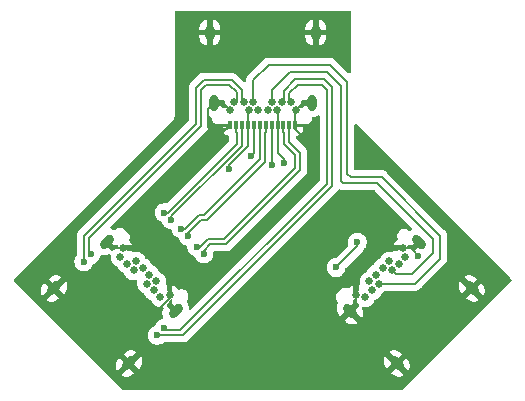
<source format=gbr>
%TF.GenerationSoftware,KiCad,Pcbnew,9.0.4*%
%TF.CreationDate,2025-08-23T22:47:15-04:00*%
%TF.ProjectId,usbc-data-splitter,75736263-2d64-4617-9461-2d73706c6974,rev?*%
%TF.SameCoordinates,Original*%
%TF.FileFunction,Copper,L1,Top*%
%TF.FilePolarity,Positive*%
%FSLAX46Y46*%
G04 Gerber Fmt 4.6, Leading zero omitted, Abs format (unit mm)*
G04 Created by KiCad (PCBNEW 9.0.4) date 2025-08-23 22:47:15*
%MOMM*%
%LPD*%
G01*
G04 APERTURE LIST*
G04 Aperture macros list*
%AMHorizOval*
0 Thick line with rounded ends*
0 $1 width*
0 $2 $3 position (X,Y) of the first rounded end (center of the circle)*
0 $4 $5 position (X,Y) of the second rounded end (center of the circle)*
0 Add line between two ends*
20,1,$1,$2,$3,$4,$5,0*
0 Add two circle primitives to create the rounded ends*
1,1,$1,$2,$3*
1,1,$1,$4,$5*%
G04 Aperture macros list end*
%TA.AperFunction,SMDPad,CuDef*%
%ADD10R,0.300000X0.700000*%
%TD*%
%TA.AperFunction,HeatsinkPad*%
%ADD11C,0.650000*%
%TD*%
%TA.AperFunction,HeatsinkPad*%
%ADD12O,0.800000X1.400000*%
%TD*%
%TA.AperFunction,HeatsinkPad*%
%ADD13HorizOval,0.800000X0.212132X0.212132X-0.212132X-0.212132X0*%
%TD*%
%TA.AperFunction,HeatsinkPad*%
%ADD14HorizOval,0.800000X-0.212132X0.212132X0.212132X-0.212132X0*%
%TD*%
%TA.AperFunction,ViaPad*%
%ADD15C,0.600000*%
%TD*%
%TA.AperFunction,Conductor*%
%ADD16C,0.200000*%
%TD*%
G04 APERTURE END LIST*
D10*
%TO.P,P1,A1,GND*%
%TO.N,GND*%
X129800000Y-93720000D03*
%TO.P,P1,A2,TX1+*%
%TO.N,TX1_P*%
X129300000Y-93720000D03*
%TO.P,P1,A3,TX1-*%
%TO.N,TX1_N*%
X128800000Y-93720000D03*
%TO.P,P1,A4,VBUS*%
%TO.N,VBUS*%
X128300000Y-93720001D03*
%TO.P,P1,A5,CC*%
%TO.N,CC*%
X127800000Y-93720000D03*
%TO.P,P1,A6,D+*%
%TO.N,D_P*%
X127300000Y-93720000D03*
%TO.P,P1,A7,D-*%
%TO.N,D_N*%
X126800000Y-93720000D03*
%TO.P,P1,A8,SBU1*%
%TO.N,SBU1*%
X126300000Y-93720000D03*
%TO.P,P1,A9,VBUS*%
%TO.N,VBUS*%
X125800000Y-93720001D03*
%TO.P,P1,A10,RX2-*%
%TO.N,RX2_N*%
X125300000Y-93720000D03*
%TO.P,P1,A11,RX2+*%
%TO.N,RX2_P*%
X124800000Y-93720000D03*
%TO.P,P1,A12,GND*%
%TO.N,GND*%
X124300000Y-93720000D03*
D11*
%TO.P,P1,B1,GND*%
X124250000Y-92410000D03*
%TO.P,P1,B2,TX2+*%
%TO.N,TX2_P*%
X124650000Y-91710000D03*
%TO.P,P1,B3,TX2-*%
%TO.N,TX2_N*%
X125450000Y-91710000D03*
%TO.P,P1,B4,VBUS*%
%TO.N,VBUS*%
X125850000Y-92410000D03*
%TO.P,P1,B5,VCONN*%
%TO.N,VCON*%
X126250000Y-91710000D03*
%TO.P,P1,B6*%
%TO.N,N/C*%
X126650000Y-92410000D03*
%TO.P,P1,B7*%
X127450000Y-92410000D03*
%TO.P,P1,B8,SBU2*%
%TO.N,SBU2*%
X127850000Y-91710000D03*
%TO.P,P1,B9,VBUS*%
%TO.N,VBUS*%
X128250000Y-92410000D03*
%TO.P,P1,B10,RX1-*%
%TO.N,RX1_N*%
X128650000Y-91710000D03*
%TO.P,P1,B11,RX1+*%
%TO.N,RX1_P*%
X129450000Y-91710000D03*
%TO.P,P1,B12,GND*%
%TO.N,GND*%
X129850000Y-92410000D03*
D12*
%TO.P,P1,S1,SHIELD*%
X131540000Y-85860000D03*
X131180000Y-91810000D03*
X122920000Y-91810000D03*
X122560000Y-85860000D03*
%TD*%
D11*
%TO.P,J1,B1,GND*%
%TO.N,GND*%
X115193467Y-104096735D03*
%TO.P,J1,B2,TX2+*%
%TO.N,TX2_P*%
X114981335Y-104874552D03*
%TO.P,J1,B3,TX2-*%
%TO.N,TX2_N*%
X115547021Y-105440238D03*
%TO.P,J1,B4,VBUS*%
%TO.N,unconnected-(J1-VBUS-PadA4)_3*%
X116324838Y-105228106D03*
%TO.P,J1,B5,VCONN*%
%TO.N,unconnected-(J1-VCONN-PadB5)*%
X116112706Y-106005923D03*
%TO.P,J1,B6*%
%TO.N,N/C*%
X116890523Y-105793791D03*
%TO.P,J1,B7*%
X117456209Y-106359477D03*
%TO.P,J1,B8,SBU2*%
%TO.N,unconnected-(J1-SBU2-PadB8)*%
X117244077Y-107137294D03*
%TO.P,J1,B9,VBUS*%
%TO.N,unconnected-(J1-VBUS-PadA4)_2*%
X118021894Y-106925162D03*
%TO.P,J1,B10,RX1-*%
%TO.N,RX1_N*%
X117809762Y-107702979D03*
%TO.P,J1,B11,RX1+*%
%TO.N,RX1_P*%
X118375448Y-108268665D03*
%TO.P,J1,B12,GND*%
%TO.N,GND*%
X119153265Y-108056533D03*
D13*
%TO.P,J1,S1,SHIELD*%
X115716726Y-113883093D03*
X119669453Y-109421249D03*
X113828751Y-103580547D03*
X109366907Y-107533274D03*
%TD*%
D11*
%TO.P,J2,B1,GND*%
%TO.N,GND*%
X134946735Y-108056533D03*
%TO.P,J2,B2*%
%TO.N,N/C*%
X135724552Y-108268665D03*
%TO.P,J2,B3*%
X136290238Y-107702979D03*
%TO.P,J2,B4,VBUS*%
%TO.N,VBUS*%
X136078106Y-106925162D03*
%TO.P,J2,B5,CC2*%
%TO.N,VCON*%
X136855923Y-107137294D03*
%TO.P,J2,B6,D+*%
%TO.N,unconnected-(J2-D+-PadB6)*%
X136643791Y-106359477D03*
%TO.P,J2,B7,D-*%
%TO.N,unconnected-(J2-D--PadB7)*%
X137209477Y-105793791D03*
%TO.P,J2,B8,SBU2*%
%TO.N,SBU2*%
X137987294Y-106005923D03*
%TO.P,J2,B9,VBUS*%
%TO.N,VBUS*%
X137775162Y-105228106D03*
%TO.P,J2,B10*%
%TO.N,N/C*%
X138552979Y-105440238D03*
%TO.P,J2,B11*%
X139118665Y-104874552D03*
%TO.P,J2,B12,GND*%
%TO.N,GND*%
X138906533Y-104096735D03*
D14*
%TO.P,J2,S1,SHIELD*%
X144733093Y-107533274D03*
X140271249Y-103580547D03*
X134430547Y-109421249D03*
X138383274Y-113883093D03*
%TD*%
D15*
%TO.N,GND*%
X137550000Y-101600000D03*
X122900000Y-95050000D03*
X121600000Y-107200000D03*
X130850000Y-95050000D03*
X140200000Y-104750000D03*
X129650000Y-87350000D03*
X116650000Y-109800000D03*
%TO.N,RX1_P*%
X118700521Y-110899479D03*
%TO.N,D_P*%
X120750521Y-103100521D03*
%TO.N,TX2_P*%
X112500521Y-104649479D03*
%TO.N,D_N*%
X120149479Y-102499479D03*
%TO.N,TX1_P*%
X122064735Y-104614735D03*
%TO.N,RX2_P*%
X118710266Y-101110266D03*
%TO.N,TX1_N*%
X121463693Y-104013693D03*
%TO.N,RX2_N*%
X119311308Y-101711308D03*
%TO.N,TX2_N*%
X111899479Y-105250521D03*
%TO.N,RX1_N*%
X118099479Y-111500521D03*
%TO.N,VBUS*%
X135050000Y-103600000D03*
X128850000Y-96950000D03*
X124194151Y-97394151D03*
X133250000Y-105750000D03*
%TO.N,CC*%
X127813976Y-97056836D03*
%TO.N,SBU1*%
X126050000Y-96300000D03*
%TD*%
D16*
%TO.N,GND*%
X113828751Y-103580547D02*
X114351700Y-104103496D01*
X129800000Y-93720000D02*
X129800000Y-92460000D01*
X140200000Y-104750000D02*
X139755061Y-104305061D01*
X122970000Y-95050000D02*
X122900000Y-95050000D01*
X122374000Y-93824000D02*
X122374000Y-92356000D01*
X139755061Y-104305061D02*
X139755061Y-104096735D01*
X130450000Y-91810000D02*
X131180000Y-91810000D01*
X119153265Y-108056533D02*
X119153265Y-108376146D01*
X123659562Y-91810000D02*
X124254781Y-92405219D01*
X129800000Y-93720000D02*
X129800000Y-94000000D01*
X138906533Y-104096735D02*
X139755061Y-104096735D01*
X134953496Y-108898300D02*
X134953496Y-108056533D01*
X139755061Y-104096735D02*
X140271249Y-103580547D01*
X122920000Y-91810000D02*
X123659562Y-91810000D01*
X114351700Y-104103496D02*
X115193467Y-104103496D01*
X119153265Y-108376146D02*
X117729411Y-109800000D01*
X122550000Y-94000000D02*
X122374000Y-93824000D01*
X117729411Y-109800000D02*
X116650000Y-109800000D01*
X124020000Y-94000000D02*
X122550000Y-94000000D01*
X122374000Y-92356000D02*
X122920000Y-91810000D01*
X129800000Y-94000000D02*
X130850000Y-95050000D01*
X129850000Y-92410000D02*
X130450000Y-91810000D01*
X124300000Y-93720000D02*
X122970000Y-95050000D01*
X124300000Y-93720000D02*
X124020000Y-94000000D01*
X134430547Y-109421249D02*
X134953496Y-108898300D01*
X129800000Y-92460000D02*
X129850000Y-92410000D01*
X119669453Y-109421249D02*
X120078751Y-109421249D01*
%TO.N,RX1_P*%
X129275001Y-91535001D02*
X129450000Y-91710000D01*
X118851562Y-111050520D02*
X120081282Y-111050520D01*
X118700521Y-110899479D02*
X118851562Y-111050520D01*
X120081282Y-111050520D02*
X132475000Y-98656802D01*
X132475000Y-90693198D02*
X132056802Y-90275000D01*
X129275001Y-90993197D02*
X129275001Y-91535001D01*
X132056802Y-90275000D02*
X129993198Y-90275000D01*
X129993198Y-90275000D02*
X129275001Y-90993197D01*
X132475000Y-98656802D02*
X132475000Y-90693198D01*
%TO.N,D_P*%
X120750521Y-102817678D02*
X121793199Y-101775000D01*
X127300000Y-94245001D02*
X127300000Y-93720000D01*
X120750521Y-103100521D02*
X120750521Y-102817678D01*
X127275000Y-96793198D02*
X127275000Y-94270001D01*
X127275000Y-94270001D02*
X127300000Y-94245001D01*
X122293198Y-101775000D02*
X127275000Y-96793198D01*
X121793199Y-101775000D02*
X122293198Y-101775000D01*
%TO.N,TX2_P*%
X124824999Y-90925187D02*
X124824999Y-91535001D01*
X112500521Y-104649479D02*
X112349480Y-104498438D01*
X112349480Y-103268718D02*
X121825000Y-93793198D01*
X122243198Y-90325000D02*
X124224812Y-90325000D01*
X124824999Y-91535001D02*
X124650000Y-91710000D01*
X124224812Y-90325000D02*
X124824999Y-90925187D01*
X112349480Y-104498438D02*
X112349480Y-103268718D01*
X121825000Y-93793198D02*
X121825000Y-90743198D01*
X121825000Y-90743198D02*
X122243198Y-90325000D01*
%TO.N,D_N*%
X122106802Y-101325000D02*
X126825000Y-96606802D01*
X126800000Y-94245001D02*
X126800000Y-93720000D01*
X126825000Y-96606802D02*
X126825000Y-94270001D01*
X121606801Y-101325000D02*
X122106802Y-101325000D01*
X120432322Y-102499479D02*
X121606801Y-101325000D01*
X126825000Y-94270001D02*
X126800000Y-94245001D01*
X120149479Y-102499479D02*
X120432322Y-102499479D01*
%TO.N,TX1_P*%
X130225000Y-97493198D02*
X123943198Y-103775000D01*
X129300000Y-94245001D02*
X129275000Y-94270001D01*
X122621627Y-103775000D02*
X122064735Y-104331892D01*
X122064735Y-104331892D02*
X122064735Y-104614735D01*
X123943198Y-103775000D02*
X122621627Y-103775000D01*
X129300000Y-93720000D02*
X129300000Y-94245001D01*
X130225000Y-96056802D02*
X130225000Y-97493198D01*
X129275000Y-94270001D02*
X129275000Y-95106802D01*
X129275000Y-95106802D02*
X130225000Y-96056802D01*
%TO.N,RX2_P*%
X118710266Y-101110266D02*
X118993109Y-101110266D01*
X124800000Y-94245001D02*
X124800000Y-93720000D01*
X124825000Y-94270001D02*
X124800000Y-94245001D01*
X124825000Y-95278375D02*
X124825000Y-94270001D01*
X118993109Y-101110266D02*
X124825000Y-95278375D01*
%TO.N,TX1_N*%
X129775000Y-97306802D02*
X123756802Y-103325000D01*
X123756802Y-103325000D02*
X122435229Y-103325000D01*
X122435229Y-103325000D02*
X121746536Y-104013693D01*
X128800000Y-94245001D02*
X128825000Y-94270001D01*
X121746536Y-104013693D02*
X121463693Y-104013693D01*
X128825000Y-95293198D02*
X129775000Y-96243198D01*
X129775000Y-96243198D02*
X129775000Y-97306802D01*
X128800000Y-93720000D02*
X128800000Y-94245001D01*
X128825000Y-94270001D02*
X128825000Y-95293198D01*
%TO.N,RX2_N*%
X125275000Y-94270001D02*
X125300000Y-94245001D01*
X125300000Y-94245001D02*
X125300000Y-93720000D01*
X119311308Y-101428465D02*
X125275000Y-95464773D01*
X125275000Y-95464773D02*
X125275000Y-94270001D01*
X119311308Y-101711308D02*
X119311308Y-101428465D01*
%TO.N,TX2_N*%
X111899479Y-105250521D02*
X111899479Y-103082323D01*
X111899479Y-103082323D02*
X121375000Y-93606802D01*
X122056802Y-89875000D02*
X124411208Y-89875000D01*
X121375000Y-93606802D02*
X121375000Y-90556802D01*
X125275001Y-91535001D02*
X125450000Y-91710000D01*
X125275001Y-90738793D02*
X125275001Y-91535001D01*
X121375000Y-90556802D02*
X122056802Y-89875000D01*
X124411208Y-89875000D02*
X125275001Y-90738793D01*
%TO.N,RX1_N*%
X118099479Y-111500521D02*
X120267677Y-111500521D01*
X128824999Y-90806803D02*
X128824999Y-91535001D01*
X132925000Y-90506802D02*
X132243198Y-89825000D01*
X128824999Y-91535001D02*
X128650000Y-91710000D01*
X129806802Y-89825000D02*
X128824999Y-90806803D01*
X120267677Y-111500521D02*
X132925000Y-98843198D01*
X132925000Y-98843198D02*
X132925000Y-90506802D01*
X132243198Y-89825000D02*
X129806802Y-89825000D01*
%TO.N,VBUS*%
X128300000Y-93720001D02*
X128300000Y-92460000D01*
X128300000Y-92460000D02*
X128250000Y-92410000D01*
X135050000Y-103600000D02*
X135050000Y-103950000D01*
X128850000Y-96950000D02*
X128850000Y-96600000D01*
X124194151Y-97394151D02*
X124194151Y-97112722D01*
X128850000Y-96600000D02*
X128300000Y-96050000D01*
X135050000Y-103950000D02*
X133250000Y-105750000D01*
X125800000Y-92460000D02*
X125850000Y-92410000D01*
X125800000Y-95506872D02*
X125800000Y-93720001D01*
X125800000Y-93720001D02*
X125800000Y-92460000D01*
X124194151Y-97112722D02*
X125800000Y-95506872D01*
X128300000Y-96050000D02*
X128300000Y-93720001D01*
%TO.N,CC*%
X127800000Y-97042860D02*
X127800000Y-93720000D01*
X127813976Y-97056836D02*
X127800000Y-97042860D01*
%TO.N,VCON*%
X134200000Y-90050000D02*
X132750000Y-88600000D01*
X137100000Y-98100000D02*
X134500000Y-98100000D01*
X134500000Y-98100000D02*
X134200000Y-97800000D01*
X136855923Y-107137294D02*
X139912706Y-107137294D01*
X139912706Y-107137294D02*
X142050000Y-105000000D01*
X127550000Y-88600000D02*
X126250000Y-89900000D01*
X142050000Y-103050000D02*
X137100000Y-98100000D01*
X126250000Y-89900000D02*
X126250000Y-91710000D01*
X132750000Y-88600000D02*
X127550000Y-88600000D01*
X142050000Y-105000000D02*
X142050000Y-103050000D01*
X134200000Y-97800000D02*
X134200000Y-90050000D01*
%TO.N,SBU1*%
X126050000Y-96300000D02*
X126300000Y-96050000D01*
X126300000Y-96050000D02*
X126300000Y-93720000D01*
%TO.N,SBU2*%
X133650000Y-90350000D02*
X132500000Y-89200000D01*
X136750000Y-98600000D02*
X133850000Y-98600000D01*
X137987294Y-106005923D02*
X138312294Y-106330923D01*
X133650000Y-98400000D02*
X133650000Y-90350000D01*
X129350000Y-89200000D02*
X127850000Y-90700000D01*
X133850000Y-98600000D02*
X133650000Y-98400000D01*
X132500000Y-89200000D02*
X129350000Y-89200000D01*
X139719077Y-106330923D02*
X141500000Y-104550000D01*
X141500000Y-104550000D02*
X141500000Y-103350000D01*
X127850000Y-90700000D02*
X127850000Y-91710000D01*
X138312294Y-106330923D02*
X139719077Y-106330923D01*
X141500000Y-103350000D02*
X136750000Y-98600000D01*
%TD*%
%TA.AperFunction,Conductor*%
%TO.N,GND*%
G36*
X134442539Y-84020185D02*
G01*
X134488294Y-84072989D01*
X134499500Y-84124500D01*
X134499500Y-89200902D01*
X134479815Y-89267941D01*
X134427011Y-89313696D01*
X134357853Y-89323640D01*
X134294297Y-89294615D01*
X134287819Y-89288583D01*
X133237590Y-88238355D01*
X133237588Y-88238352D01*
X133118717Y-88119481D01*
X133118716Y-88119480D01*
X133031904Y-88069360D01*
X133031904Y-88069359D01*
X133031900Y-88069358D01*
X132981785Y-88040423D01*
X132829057Y-87999499D01*
X132670943Y-87999499D01*
X132663347Y-87999499D01*
X132663331Y-87999500D01*
X127636670Y-87999500D01*
X127636654Y-87999499D01*
X127629058Y-87999499D01*
X127470943Y-87999499D01*
X127394579Y-88019961D01*
X127318214Y-88040423D01*
X127318209Y-88040426D01*
X127181290Y-88119475D01*
X127181282Y-88119481D01*
X125769479Y-89531284D01*
X125744347Y-89574815D01*
X125733724Y-89593216D01*
X125690423Y-89668215D01*
X125649499Y-89820943D01*
X125649499Y-89820945D01*
X125649499Y-89964693D01*
X125629814Y-90031732D01*
X125577010Y-90077487D01*
X125507852Y-90087431D01*
X125444296Y-90058406D01*
X125437818Y-90052374D01*
X124898798Y-89513355D01*
X124898796Y-89513352D01*
X124779925Y-89394481D01*
X124779917Y-89394475D01*
X124686295Y-89340423D01*
X124686293Y-89340422D01*
X124642998Y-89315425D01*
X124642997Y-89315424D01*
X124630471Y-89312067D01*
X124490265Y-89274499D01*
X124332151Y-89274499D01*
X124324555Y-89274499D01*
X124324539Y-89274500D01*
X122143472Y-89274500D01*
X122143456Y-89274499D01*
X122135860Y-89274499D01*
X121977745Y-89274499D01*
X121902673Y-89294615D01*
X121825016Y-89315423D01*
X121825011Y-89315426D01*
X121688092Y-89394475D01*
X121688084Y-89394481D01*
X120894481Y-90188084D01*
X120894479Y-90188087D01*
X120861078Y-90245941D01*
X120861077Y-90245943D01*
X120815423Y-90325016D01*
X120815423Y-90325017D01*
X120774499Y-90477745D01*
X120774499Y-90477747D01*
X120774499Y-90645848D01*
X120774500Y-90645861D01*
X120774500Y-93306704D01*
X120754815Y-93373743D01*
X120738181Y-93394385D01*
X111418960Y-102713605D01*
X111418954Y-102713613D01*
X111375894Y-102788197D01*
X111375894Y-102788198D01*
X111339902Y-102850538D01*
X111298978Y-103003266D01*
X111298978Y-103003268D01*
X111298978Y-103171369D01*
X111298979Y-103171382D01*
X111298979Y-104670755D01*
X111279294Y-104737794D01*
X111278081Y-104739646D01*
X111190088Y-104871335D01*
X111190081Y-104871348D01*
X111129743Y-105017019D01*
X111129740Y-105017031D01*
X111098979Y-105171674D01*
X111098979Y-105329367D01*
X111129740Y-105484010D01*
X111129743Y-105484022D01*
X111190081Y-105629693D01*
X111190088Y-105629706D01*
X111277689Y-105760809D01*
X111277692Y-105760813D01*
X111389186Y-105872307D01*
X111389190Y-105872310D01*
X111520293Y-105959911D01*
X111520306Y-105959918D01*
X111665977Y-106020256D01*
X111665982Y-106020258D01*
X111820632Y-106051020D01*
X111820635Y-106051021D01*
X111820637Y-106051021D01*
X111978323Y-106051021D01*
X111978324Y-106051020D01*
X112132976Y-106020258D01*
X112278658Y-105959915D01*
X112409768Y-105872310D01*
X112521268Y-105760810D01*
X112608873Y-105629700D01*
X112608874Y-105629697D01*
X112608876Y-105629694D01*
X112668540Y-105485649D01*
X112712380Y-105431245D01*
X112735645Y-105418541D01*
X112817903Y-105384470D01*
X112879694Y-105358876D01*
X112879697Y-105358874D01*
X112879700Y-105358873D01*
X113010810Y-105271268D01*
X113122310Y-105159768D01*
X113209915Y-105028658D01*
X113270258Y-104882976D01*
X113292288Y-104772224D01*
X113324671Y-104710316D01*
X113385387Y-104675742D01*
X113438096Y-104674801D01*
X113527975Y-104692680D01*
X113705263Y-104692680D01*
X113879133Y-104658094D01*
X113879139Y-104658092D01*
X113995648Y-104609833D01*
X114065117Y-104602364D01*
X114127597Y-104633639D01*
X114163249Y-104693728D01*
X114164718Y-104748585D01*
X114155835Y-104793242D01*
X114155835Y-104793247D01*
X114155835Y-104955857D01*
X114155835Y-104955859D01*
X114155834Y-104955859D01*
X114187557Y-105115335D01*
X114187560Y-105115345D01*
X114249785Y-105265571D01*
X114249787Y-105265575D01*
X114340123Y-105400772D01*
X114340129Y-105400780D01*
X114455106Y-105515757D01*
X114455114Y-105515763D01*
X114590309Y-105606097D01*
X114590310Y-105606097D01*
X114590314Y-105606100D01*
X114702076Y-105652393D01*
X114756476Y-105696231D01*
X114769181Y-105719500D01*
X114815471Y-105831257D01*
X114815473Y-105831261D01*
X114905809Y-105966458D01*
X114905815Y-105966466D01*
X115020792Y-106081443D01*
X115020800Y-106081449D01*
X115155997Y-106171785D01*
X115156001Y-106171787D01*
X115267757Y-106218077D01*
X115322161Y-106261917D01*
X115334866Y-106285185D01*
X115381158Y-106396946D01*
X115471494Y-106532143D01*
X115471500Y-106532151D01*
X115586477Y-106647128D01*
X115586485Y-106647134D01*
X115721682Y-106737470D01*
X115721686Y-106737472D01*
X115831662Y-106783025D01*
X115871917Y-106799699D01*
X115871921Y-106799699D01*
X115871922Y-106799700D01*
X116031398Y-106831423D01*
X116031401Y-106831423D01*
X116194012Y-106831423D01*
X116264870Y-106817328D01*
X116292323Y-106811867D01*
X116361914Y-106818094D01*
X116417092Y-106860956D01*
X116440337Y-106926846D01*
X116438132Y-106957675D01*
X116418577Y-107055984D01*
X116418577Y-107055989D01*
X116418577Y-107218599D01*
X116418577Y-107218601D01*
X116418576Y-107218601D01*
X116450299Y-107378077D01*
X116450302Y-107378087D01*
X116512527Y-107528313D01*
X116512529Y-107528317D01*
X116602865Y-107663514D01*
X116602871Y-107663522D01*
X116717848Y-107778499D01*
X116717856Y-107778505D01*
X116853053Y-107868841D01*
X116853057Y-107868843D01*
X116915857Y-107894855D01*
X116964810Y-107915132D01*
X116964813Y-107915133D01*
X117019217Y-107958973D01*
X117031922Y-107982241D01*
X117078214Y-108094002D01*
X117168550Y-108229199D01*
X117168556Y-108229207D01*
X117283533Y-108344184D01*
X117283541Y-108344190D01*
X117418736Y-108434524D01*
X117418737Y-108434524D01*
X117418741Y-108434527D01*
X117530503Y-108480820D01*
X117584903Y-108524658D01*
X117597608Y-108547927D01*
X117643898Y-108659684D01*
X117643900Y-108659688D01*
X117734236Y-108794885D01*
X117734242Y-108794893D01*
X117849219Y-108909870D01*
X117849227Y-108909876D01*
X117984424Y-109000212D01*
X117984428Y-109000214D01*
X118095278Y-109046129D01*
X118134659Y-109062441D01*
X118134663Y-109062441D01*
X118134664Y-109062442D01*
X118294140Y-109094165D01*
X118294143Y-109094165D01*
X118456753Y-109094165D01*
X118501413Y-109085281D01*
X118571003Y-109091507D01*
X118626181Y-109134369D01*
X118649427Y-109200258D01*
X118640166Y-109254350D01*
X118591908Y-109370856D01*
X118591905Y-109370866D01*
X118557320Y-109544736D01*
X118557320Y-109722025D01*
X118557319Y-109722025D01*
X118591905Y-109895895D01*
X118591908Y-109895905D01*
X118614066Y-109949399D01*
X118621535Y-110018868D01*
X118590259Y-110081347D01*
X118530170Y-110116999D01*
X118523698Y-110118468D01*
X118467028Y-110129741D01*
X118467019Y-110129743D01*
X118321348Y-110190081D01*
X118321335Y-110190088D01*
X118190232Y-110277689D01*
X118190228Y-110277692D01*
X118078734Y-110389186D01*
X118078731Y-110389190D01*
X117991130Y-110520293D01*
X117991125Y-110520302D01*
X117931459Y-110664351D01*
X117887618Y-110718754D01*
X117864351Y-110731459D01*
X117720302Y-110791125D01*
X117720293Y-110791130D01*
X117589190Y-110878731D01*
X117589186Y-110878734D01*
X117477692Y-110990228D01*
X117477689Y-110990232D01*
X117390088Y-111121335D01*
X117390081Y-111121348D01*
X117329743Y-111267019D01*
X117329740Y-111267031D01*
X117298979Y-111421674D01*
X117298979Y-111579367D01*
X117329740Y-111734010D01*
X117329743Y-111734022D01*
X117390081Y-111879693D01*
X117390088Y-111879706D01*
X117477689Y-112010809D01*
X117477692Y-112010813D01*
X117589186Y-112122307D01*
X117589190Y-112122310D01*
X117720293Y-112209911D01*
X117720306Y-112209918D01*
X117865977Y-112270256D01*
X117865982Y-112270258D01*
X118020632Y-112301020D01*
X118020635Y-112301021D01*
X118020637Y-112301021D01*
X118178323Y-112301021D01*
X118178324Y-112301020D01*
X118332976Y-112270258D01*
X118478658Y-112209915D01*
X118478664Y-112209911D01*
X118610354Y-112121919D01*
X118677032Y-112101041D01*
X118679245Y-112101021D01*
X120181008Y-112101021D01*
X120181024Y-112101022D01*
X120188620Y-112101022D01*
X120346731Y-112101022D01*
X120346734Y-112101022D01*
X120499462Y-112060098D01*
X120549581Y-112031160D01*
X120636393Y-111981041D01*
X120748197Y-111869237D01*
X120748197Y-111869235D01*
X120758405Y-111859028D01*
X120758407Y-111859025D01*
X126946279Y-105671153D01*
X132449500Y-105671153D01*
X132449500Y-105828846D01*
X132480261Y-105983489D01*
X132480264Y-105983501D01*
X132540602Y-106129172D01*
X132540609Y-106129185D01*
X132628210Y-106260288D01*
X132628213Y-106260292D01*
X132739707Y-106371786D01*
X132739711Y-106371789D01*
X132870814Y-106459390D01*
X132870827Y-106459397D01*
X133016498Y-106519735D01*
X133016503Y-106519737D01*
X133171153Y-106550499D01*
X133171156Y-106550500D01*
X133171158Y-106550500D01*
X133328844Y-106550500D01*
X133328845Y-106550499D01*
X133483497Y-106519737D01*
X133629179Y-106459394D01*
X133760289Y-106371789D01*
X133871789Y-106260289D01*
X133959394Y-106129179D01*
X133963740Y-106118688D01*
X133979164Y-106081449D01*
X134019737Y-105983497D01*
X134050019Y-105831261D01*
X134050638Y-105828150D01*
X134083023Y-105766239D01*
X134084519Y-105764714D01*
X135408506Y-104440727D01*
X135408511Y-104440724D01*
X135418714Y-104430520D01*
X135418716Y-104430520D01*
X135530520Y-104318716D01*
X135609577Y-104181784D01*
X135609577Y-104181782D01*
X135613641Y-104174744D01*
X135615379Y-104175747D01*
X135633584Y-104148493D01*
X135639075Y-104143002D01*
X135671789Y-104110289D01*
X135759394Y-103979179D01*
X135819737Y-103833497D01*
X135850500Y-103678842D01*
X135850500Y-103521158D01*
X135850500Y-103521155D01*
X135850499Y-103521153D01*
X135842252Y-103479693D01*
X135819737Y-103366503D01*
X135806957Y-103335649D01*
X135759397Y-103220827D01*
X135759390Y-103220814D01*
X135671789Y-103089711D01*
X135671786Y-103089707D01*
X135560292Y-102978213D01*
X135560288Y-102978210D01*
X135429185Y-102890609D01*
X135429172Y-102890602D01*
X135283501Y-102830264D01*
X135283489Y-102830261D01*
X135128845Y-102799500D01*
X135128842Y-102799500D01*
X134971158Y-102799500D01*
X134971155Y-102799500D01*
X134816510Y-102830261D01*
X134816498Y-102830264D01*
X134670827Y-102890602D01*
X134670814Y-102890609D01*
X134539711Y-102978210D01*
X134539707Y-102978213D01*
X134428213Y-103089707D01*
X134428210Y-103089711D01*
X134340609Y-103220814D01*
X134340602Y-103220827D01*
X134280264Y-103366498D01*
X134280261Y-103366510D01*
X134249500Y-103521153D01*
X134249500Y-103678846D01*
X134273471Y-103799356D01*
X134267244Y-103868947D01*
X134239535Y-103911228D01*
X133235339Y-104915425D01*
X133174016Y-104948910D01*
X133171850Y-104949361D01*
X133016508Y-104980261D01*
X133016498Y-104980264D01*
X132870827Y-105040602D01*
X132870814Y-105040609D01*
X132739711Y-105128210D01*
X132739707Y-105128213D01*
X132628213Y-105239707D01*
X132628210Y-105239711D01*
X132540609Y-105370814D01*
X132540602Y-105370827D01*
X132480264Y-105516498D01*
X132480261Y-105516510D01*
X132449500Y-105671153D01*
X126946279Y-105671153D01*
X133293713Y-99323719D01*
X133293716Y-99323718D01*
X133405520Y-99211914D01*
X133425974Y-99176484D01*
X133434858Y-99166682D01*
X133453827Y-99155078D01*
X133469920Y-99139734D01*
X133483053Y-99137202D01*
X133494462Y-99130224D01*
X133516690Y-99130718D01*
X133538526Y-99126509D01*
X133554310Y-99131554D01*
X133564314Y-99131777D01*
X133572697Y-99137432D01*
X133588743Y-99142561D01*
X133618216Y-99159577D01*
X133770943Y-99200501D01*
X133770945Y-99200501D01*
X133936654Y-99200501D01*
X133936670Y-99200500D01*
X136449903Y-99200500D01*
X136516942Y-99220185D01*
X136537584Y-99236819D01*
X139670441Y-102369676D01*
X139703926Y-102430999D01*
X139698942Y-102500691D01*
X139657070Y-102556624D01*
X139650304Y-102561347D01*
X139532093Y-102638128D01*
X139499317Y-102647924D01*
X139466762Y-102658118D01*
X139465954Y-102657896D01*
X139465149Y-102658137D01*
X139432275Y-102648656D01*
X139399382Y-102639633D01*
X139398463Y-102638906D01*
X139398015Y-102638777D01*
X139397373Y-102638043D01*
X139376868Y-102621819D01*
X139365966Y-102610917D01*
X139365964Y-102610915D01*
X139293885Y-102569300D01*
X139234735Y-102535149D01*
X139147619Y-102511807D01*
X139088365Y-102495930D01*
X138936833Y-102495930D01*
X138790462Y-102535149D01*
X138659234Y-102610915D01*
X138659231Y-102610917D01*
X138552086Y-102718062D01*
X138552084Y-102718065D01*
X138476318Y-102849293D01*
X138447898Y-102955361D01*
X138437099Y-102995664D01*
X138437099Y-103147196D01*
X138443576Y-103171369D01*
X138475685Y-103291203D01*
X138474022Y-103361053D01*
X138434859Y-103418915D01*
X138424802Y-103426397D01*
X138380628Y-103455913D01*
X138380622Y-103455918D01*
X138265716Y-103570824D01*
X138265713Y-103570828D01*
X138175425Y-103705953D01*
X138117112Y-103846734D01*
X138117112Y-103846735D01*
X138819511Y-103846735D01*
X138886550Y-103866420D01*
X138912818Y-103896735D01*
X138866751Y-103896735D01*
X138793242Y-103927183D01*
X138736981Y-103983444D01*
X138706533Y-104056953D01*
X138706533Y-104136517D01*
X138713213Y-104152644D01*
X138592444Y-104233340D01*
X138592442Y-104233341D01*
X138570266Y-104255518D01*
X138515366Y-104310417D01*
X138454046Y-104343901D01*
X138427687Y-104346735D01*
X138117112Y-104346735D01*
X138099613Y-104372924D01*
X138046001Y-104417729D01*
X137976676Y-104426436D01*
X137972320Y-104425650D01*
X137856470Y-104402606D01*
X137856467Y-104402606D01*
X137693857Y-104402606D01*
X137693855Y-104402606D01*
X137534378Y-104434328D01*
X137534368Y-104434331D01*
X137384142Y-104496556D01*
X137384138Y-104496558D01*
X137248941Y-104586894D01*
X137248933Y-104586900D01*
X137133956Y-104701877D01*
X137133950Y-104701885D01*
X137043614Y-104837082D01*
X137043614Y-104837083D01*
X136997322Y-104948843D01*
X136953481Y-105003246D01*
X136930214Y-105015951D01*
X136818454Y-105062243D01*
X136818453Y-105062243D01*
X136683256Y-105152579D01*
X136683248Y-105152585D01*
X136568271Y-105267562D01*
X136568265Y-105267570D01*
X136477929Y-105402767D01*
X136431637Y-105514529D01*
X136387796Y-105568932D01*
X136364529Y-105581637D01*
X136252767Y-105627929D01*
X136117570Y-105718265D01*
X136117562Y-105718271D01*
X136002585Y-105833248D01*
X136002579Y-105833256D01*
X135912243Y-105968453D01*
X135912243Y-105968454D01*
X135865951Y-106080214D01*
X135822110Y-106134617D01*
X135798843Y-106147322D01*
X135687083Y-106193614D01*
X135687082Y-106193614D01*
X135551885Y-106283950D01*
X135551877Y-106283956D01*
X135436900Y-106398933D01*
X135436894Y-106398941D01*
X135346558Y-106534138D01*
X135346556Y-106534142D01*
X135284331Y-106684368D01*
X135284328Y-106684378D01*
X135252606Y-106843854D01*
X135252606Y-107006471D01*
X135275650Y-107122320D01*
X135269423Y-107191911D01*
X135226560Y-107247089D01*
X135222924Y-107249613D01*
X135196735Y-107267112D01*
X135196735Y-107577686D01*
X135177050Y-107644725D01*
X135160416Y-107665367D01*
X135083346Y-107742436D01*
X135083340Y-107742444D01*
X135002644Y-107863213D01*
X134986517Y-107856533D01*
X134906953Y-107856533D01*
X134833444Y-107886981D01*
X134777183Y-107943242D01*
X134746735Y-108016751D01*
X134746735Y-108064631D01*
X134709851Y-108025016D01*
X134696735Y-107969511D01*
X134696735Y-107267112D01*
X134696734Y-107267112D01*
X134555953Y-107325425D01*
X134420828Y-107415713D01*
X134352825Y-107483716D01*
X134291501Y-107517200D01*
X134233051Y-107515809D01*
X134153548Y-107494507D01*
X134103263Y-107481033D01*
X133951730Y-107481033D01*
X133805359Y-107520252D01*
X133674131Y-107596018D01*
X133674128Y-107596020D01*
X133354851Y-107915297D01*
X133354849Y-107915300D01*
X133279083Y-108046528D01*
X133239864Y-108192899D01*
X133239864Y-108344430D01*
X133279083Y-108490801D01*
X133312065Y-108547927D01*
X133354849Y-108622030D01*
X133354851Y-108622032D01*
X133390018Y-108657199D01*
X133423503Y-108718522D01*
X133418519Y-108788214D01*
X133416898Y-108792332D01*
X133353002Y-108946592D01*
X133352999Y-108946602D01*
X133318414Y-109120472D01*
X133318414Y-109297761D01*
X133318413Y-109297761D01*
X133352999Y-109471631D01*
X133353001Y-109471637D01*
X133420843Y-109635424D01*
X133519337Y-109782830D01*
X133617373Y-109880867D01*
X134076992Y-109421248D01*
X134430547Y-109774803D01*
X133970927Y-110234421D01*
X134068963Y-110332458D01*
X134216362Y-110430947D01*
X134216371Y-110430952D01*
X134380158Y-110498794D01*
X134380164Y-110498796D01*
X134554034Y-110533382D01*
X134731323Y-110533382D01*
X134905194Y-110498796D01*
X134905200Y-110498794D01*
X135068991Y-110430950D01*
X135079603Y-110423858D01*
X134501066Y-109845321D01*
X134592951Y-109883381D01*
X134692407Y-109883381D01*
X134784293Y-109845321D01*
X134854619Y-109774995D01*
X134892679Y-109683109D01*
X134892679Y-109583653D01*
X134854619Y-109491767D01*
X135433156Y-110070304D01*
X135440248Y-110059693D01*
X135508092Y-109895902D01*
X135508094Y-109895896D01*
X135542680Y-109722025D01*
X135542680Y-109544736D01*
X135508094Y-109370866D01*
X135508092Y-109370860D01*
X135459833Y-109254351D01*
X135452364Y-109184881D01*
X135483639Y-109122402D01*
X135543728Y-109086750D01*
X135598585Y-109085281D01*
X135628132Y-109091158D01*
X135643246Y-109094165D01*
X135643247Y-109094165D01*
X135805859Y-109094165D01*
X135939893Y-109067503D01*
X135965341Y-109062441D01*
X136115573Y-109000213D01*
X136115575Y-109000212D01*
X136195823Y-108946592D01*
X136250777Y-108909873D01*
X136365760Y-108794890D01*
X136456100Y-108659686D01*
X136502393Y-108547923D01*
X136546231Y-108493524D01*
X136569489Y-108480823D01*
X136681259Y-108434527D01*
X136816463Y-108344187D01*
X136931446Y-108229204D01*
X137021786Y-108094000D01*
X137068079Y-107982237D01*
X137111917Y-107927838D01*
X137135174Y-107915138D01*
X137246944Y-107868842D01*
X137382148Y-107778502D01*
X137382151Y-107778499D01*
X137386538Y-107774113D01*
X137447861Y-107740628D01*
X137474219Y-107737794D01*
X139826037Y-107737794D01*
X139826053Y-107737795D01*
X139833649Y-107737795D01*
X139991760Y-107737795D01*
X139991763Y-107737795D01*
X140144491Y-107696871D01*
X140202258Y-107663519D01*
X140281422Y-107617814D01*
X140393226Y-107506010D01*
X140393226Y-107506008D01*
X140403430Y-107495805D01*
X140403434Y-107495800D01*
X140489448Y-107409786D01*
X143620959Y-107409786D01*
X143655545Y-107583656D01*
X143655547Y-107583662D01*
X143723389Y-107747449D01*
X143821883Y-107894855D01*
X143919919Y-107992892D01*
X144379539Y-107533274D01*
X144733093Y-107886828D01*
X144273473Y-108346446D01*
X144371509Y-108444483D01*
X144518908Y-108542972D01*
X144518917Y-108542977D01*
X144682704Y-108610819D01*
X144682710Y-108610821D01*
X144856580Y-108645407D01*
X145033869Y-108645407D01*
X145207740Y-108610821D01*
X145207746Y-108610819D01*
X145371537Y-108542975D01*
X145382149Y-108535883D01*
X144803612Y-107957346D01*
X144895497Y-107995406D01*
X144994953Y-107995406D01*
X145086839Y-107957346D01*
X145157165Y-107887020D01*
X145195225Y-107795134D01*
X145195225Y-107695678D01*
X145157165Y-107603792D01*
X145735702Y-108182329D01*
X145742794Y-108171718D01*
X145810638Y-108007927D01*
X145810640Y-108007921D01*
X145845226Y-107834050D01*
X145845226Y-107656761D01*
X145810640Y-107482891D01*
X145810638Y-107482885D01*
X145742796Y-107319098D01*
X145742791Y-107319089D01*
X145644302Y-107171690D01*
X145546265Y-107073654D01*
X145086647Y-107533273D01*
X145086647Y-107533274D01*
X144733093Y-107179720D01*
X144733094Y-107179720D01*
X145192712Y-106720100D01*
X145094674Y-106622064D01*
X144947268Y-106523570D01*
X144783481Y-106455728D01*
X144783475Y-106455726D01*
X144609605Y-106421141D01*
X144432317Y-106421141D01*
X144258446Y-106455726D01*
X144258440Y-106455728D01*
X144094652Y-106523571D01*
X144084037Y-106530663D01*
X144084037Y-106530664D01*
X144662575Y-107109202D01*
X144570689Y-107071142D01*
X144471233Y-107071142D01*
X144379347Y-107109202D01*
X144309021Y-107179528D01*
X144270961Y-107271414D01*
X144270961Y-107370870D01*
X144309021Y-107462756D01*
X143730483Y-106884218D01*
X143730482Y-106884218D01*
X143723390Y-106894833D01*
X143655547Y-107058621D01*
X143655545Y-107058627D01*
X143620960Y-107232497D01*
X143620960Y-107409786D01*
X143620959Y-107409786D01*
X140489448Y-107409786D01*
X142408506Y-105490728D01*
X142408511Y-105490724D01*
X142418714Y-105480520D01*
X142418716Y-105480520D01*
X142530520Y-105368716D01*
X142586781Y-105271268D01*
X142609577Y-105231785D01*
X142650500Y-105079057D01*
X142650500Y-104920943D01*
X142650500Y-102970943D01*
X142634379Y-102910777D01*
X142609577Y-102818215D01*
X142569904Y-102749500D01*
X142530520Y-102681284D01*
X142418716Y-102569480D01*
X142414385Y-102565149D01*
X142414374Y-102565139D01*
X137587590Y-97738355D01*
X137587588Y-97738352D01*
X137468717Y-97619481D01*
X137468709Y-97619475D01*
X137369352Y-97562112D01*
X137369351Y-97562111D01*
X137369351Y-97562112D01*
X137331785Y-97540423D01*
X137179057Y-97499499D01*
X137020943Y-97499499D01*
X137013347Y-97499499D01*
X137013331Y-97499500D01*
X134924500Y-97499500D01*
X134857461Y-97479815D01*
X134811706Y-97427011D01*
X134800500Y-97375500D01*
X134800500Y-93707676D01*
X134820185Y-93640637D01*
X134872989Y-93594882D01*
X134942147Y-93584938D01*
X135005703Y-93613963D01*
X135012181Y-93619995D01*
X148104505Y-106712319D01*
X148137990Y-106773642D01*
X148133006Y-106843334D01*
X148104505Y-106887681D01*
X138879005Y-116113181D01*
X138817682Y-116146666D01*
X138791324Y-116149500D01*
X115308676Y-116149500D01*
X115241637Y-116129815D01*
X115220995Y-116113181D01*
X113291683Y-114183869D01*
X114604592Y-114183869D01*
X114639178Y-114357739D01*
X114639180Y-114357745D01*
X114707024Y-114521536D01*
X114714116Y-114532147D01*
X115292654Y-113953611D01*
X115254594Y-114045497D01*
X115254594Y-114144953D01*
X115292654Y-114236839D01*
X115362980Y-114307165D01*
X115454866Y-114345225D01*
X115554322Y-114345225D01*
X115646208Y-114307165D01*
X115067669Y-114885701D01*
X115067669Y-114885702D01*
X115078278Y-114892792D01*
X115078283Y-114892794D01*
X115242073Y-114960638D01*
X115242079Y-114960640D01*
X115415949Y-114995226D01*
X115593238Y-114995226D01*
X115767108Y-114960640D01*
X115767114Y-114960638D01*
X115930901Y-114892796D01*
X116078309Y-114794301D01*
X116176345Y-114696265D01*
X115716727Y-114236647D01*
X115716726Y-114236647D01*
X116070280Y-113883093D01*
X116070280Y-113883094D01*
X116529898Y-114342712D01*
X116627937Y-114244673D01*
X116726424Y-114097277D01*
X116726429Y-114097268D01*
X116794271Y-113933481D01*
X116794273Y-113933475D01*
X116828859Y-113759605D01*
X137271140Y-113759605D01*
X137305726Y-113933475D01*
X137305728Y-113933481D01*
X137373570Y-114097268D01*
X137472064Y-114244674D01*
X137570100Y-114342711D01*
X138029720Y-113883093D01*
X138383274Y-114236647D01*
X137923654Y-114696265D01*
X138021690Y-114794302D01*
X138169089Y-114892791D01*
X138169098Y-114892796D01*
X138332885Y-114960638D01*
X138332891Y-114960640D01*
X138506761Y-114995226D01*
X138684050Y-114995226D01*
X138857921Y-114960640D01*
X138857927Y-114960638D01*
X139021718Y-114892794D01*
X139032330Y-114885702D01*
X138453793Y-114307165D01*
X138545678Y-114345225D01*
X138645134Y-114345225D01*
X138737020Y-114307165D01*
X138807346Y-114236839D01*
X138845406Y-114144953D01*
X138845406Y-114045497D01*
X138807346Y-113953611D01*
X139385883Y-114532148D01*
X139392975Y-114521537D01*
X139460819Y-114357746D01*
X139460821Y-114357740D01*
X139495407Y-114183869D01*
X139495407Y-114006580D01*
X139460821Y-113832710D01*
X139460819Y-113832704D01*
X139392977Y-113668917D01*
X139392972Y-113668908D01*
X139294483Y-113521509D01*
X139196446Y-113423473D01*
X138736828Y-113883092D01*
X138736828Y-113883093D01*
X138383274Y-113529539D01*
X138383275Y-113529539D01*
X138842893Y-113069919D01*
X138744855Y-112971883D01*
X138597449Y-112873389D01*
X138433662Y-112805547D01*
X138433656Y-112805545D01*
X138259786Y-112770960D01*
X138082498Y-112770960D01*
X137908627Y-112805545D01*
X137908621Y-112805547D01*
X137744833Y-112873390D01*
X137734218Y-112880482D01*
X137734218Y-112880483D01*
X138312756Y-113459021D01*
X138220870Y-113420961D01*
X138121414Y-113420961D01*
X138029528Y-113459021D01*
X137959202Y-113529347D01*
X137921142Y-113621233D01*
X137921142Y-113720689D01*
X137959202Y-113812575D01*
X137380664Y-113234037D01*
X137380663Y-113234037D01*
X137373571Y-113244652D01*
X137305728Y-113408440D01*
X137305726Y-113408446D01*
X137271141Y-113582316D01*
X137271141Y-113759605D01*
X137271140Y-113759605D01*
X116828859Y-113759605D01*
X116828859Y-113582316D01*
X116794273Y-113408445D01*
X116794271Y-113408439D01*
X116726428Y-113244651D01*
X116719335Y-113234036D01*
X116140798Y-113812573D01*
X116178858Y-113720689D01*
X116178858Y-113621233D01*
X116140798Y-113529347D01*
X116070472Y-113459021D01*
X115978586Y-113420961D01*
X115879130Y-113420961D01*
X115787245Y-113459020D01*
X116365781Y-112880482D01*
X116365781Y-112880481D01*
X116355170Y-112873391D01*
X116355168Y-112873390D01*
X116191379Y-112805547D01*
X116191373Y-112805545D01*
X116017502Y-112770960D01*
X115840214Y-112770960D01*
X115666343Y-112805545D01*
X115666337Y-112805547D01*
X115502550Y-112873389D01*
X115502541Y-112873394D01*
X115355144Y-112971882D01*
X115257106Y-113069919D01*
X115716726Y-113529539D01*
X115363172Y-113883093D01*
X114903552Y-113423473D01*
X114805520Y-113521506D01*
X114805516Y-113521511D01*
X114707022Y-113668917D01*
X114639180Y-113832704D01*
X114639178Y-113832710D01*
X114604593Y-114006580D01*
X114604593Y-114183869D01*
X114604592Y-114183869D01*
X113291683Y-114183869D01*
X106941864Y-107834050D01*
X108254773Y-107834050D01*
X108289359Y-108007920D01*
X108289361Y-108007926D01*
X108357205Y-108171717D01*
X108364297Y-108182328D01*
X108942835Y-107603792D01*
X108904775Y-107695678D01*
X108904775Y-107795134D01*
X108942835Y-107887020D01*
X109013161Y-107957346D01*
X109105047Y-107995406D01*
X109204503Y-107995406D01*
X109296389Y-107957346D01*
X108717850Y-108535882D01*
X108717850Y-108535883D01*
X108728459Y-108542973D01*
X108728464Y-108542975D01*
X108892254Y-108610819D01*
X108892260Y-108610821D01*
X109066130Y-108645407D01*
X109243419Y-108645407D01*
X109417289Y-108610821D01*
X109417295Y-108610819D01*
X109581082Y-108542977D01*
X109728490Y-108444482D01*
X109826526Y-108346446D01*
X109366908Y-107886828D01*
X109366907Y-107886828D01*
X109720461Y-107533274D01*
X109720461Y-107533275D01*
X110180079Y-107992893D01*
X110278118Y-107894854D01*
X110376605Y-107747458D01*
X110376610Y-107747449D01*
X110444452Y-107583662D01*
X110444454Y-107583656D01*
X110479040Y-107409786D01*
X110479040Y-107232497D01*
X110444454Y-107058626D01*
X110444452Y-107058620D01*
X110376609Y-106894832D01*
X110369516Y-106884217D01*
X109790979Y-107462754D01*
X109829039Y-107370870D01*
X109829039Y-107271414D01*
X109790979Y-107179528D01*
X109720653Y-107109202D01*
X109628767Y-107071142D01*
X109529311Y-107071142D01*
X109437426Y-107109201D01*
X110015962Y-106530663D01*
X110015962Y-106530662D01*
X110005351Y-106523572D01*
X110005349Y-106523571D01*
X109841560Y-106455728D01*
X109841554Y-106455726D01*
X109667683Y-106421141D01*
X109490395Y-106421141D01*
X109316524Y-106455726D01*
X109316518Y-106455728D01*
X109152731Y-106523570D01*
X109152722Y-106523575D01*
X109005325Y-106622063D01*
X108907287Y-106720100D01*
X109366907Y-107179720D01*
X109013353Y-107533274D01*
X108553733Y-107073654D01*
X108455701Y-107171687D01*
X108455697Y-107171692D01*
X108357203Y-107319098D01*
X108289361Y-107482885D01*
X108289359Y-107482891D01*
X108254774Y-107656761D01*
X108254774Y-107834050D01*
X108254773Y-107834050D01*
X106941864Y-107834050D01*
X105995495Y-106887681D01*
X105991156Y-106879735D01*
X105983909Y-106874310D01*
X105974674Y-106849550D01*
X105962010Y-106826358D01*
X105962655Y-106817328D01*
X105959492Y-106808846D01*
X105965108Y-106783025D01*
X105966994Y-106756666D01*
X105972812Y-106747612D01*
X105974344Y-106740573D01*
X105995495Y-106712319D01*
X106126758Y-106581056D01*
X112419155Y-100288659D01*
X119450500Y-93257314D01*
X119500500Y-93207314D01*
X119566392Y-93093186D01*
X119600500Y-92965892D01*
X119600500Y-92834107D01*
X119600500Y-92534108D01*
X119600500Y-91884108D01*
X119600500Y-85471353D01*
X121660000Y-85471353D01*
X121660000Y-85610000D01*
X122310000Y-85610000D01*
X122310000Y-86110000D01*
X121660000Y-86110000D01*
X121660000Y-86248646D01*
X121694584Y-86422512D01*
X121694586Y-86422520D01*
X121762428Y-86586307D01*
X121762433Y-86586316D01*
X121860923Y-86733716D01*
X121860926Y-86733720D01*
X121986279Y-86859073D01*
X121986283Y-86859076D01*
X122133683Y-86957566D01*
X122133693Y-86957571D01*
X122297476Y-87025412D01*
X122297483Y-87025415D01*
X122310000Y-87027904D01*
X122310000Y-86209728D01*
X122348060Y-86301614D01*
X122418386Y-86371940D01*
X122510272Y-86410000D01*
X122609728Y-86410000D01*
X122701614Y-86371940D01*
X122771940Y-86301614D01*
X122810000Y-86209728D01*
X122810000Y-87027903D01*
X122822516Y-87025415D01*
X122822523Y-87025412D01*
X122986306Y-86957571D01*
X122986316Y-86957566D01*
X123133716Y-86859076D01*
X123133720Y-86859073D01*
X123259073Y-86733720D01*
X123259076Y-86733716D01*
X123357566Y-86586316D01*
X123357571Y-86586307D01*
X123425413Y-86422520D01*
X123425415Y-86422512D01*
X123459999Y-86248646D01*
X123460000Y-86248643D01*
X123460000Y-86110000D01*
X122810000Y-86110000D01*
X122810000Y-85610000D01*
X123460000Y-85610000D01*
X123460000Y-85471357D01*
X123459999Y-85471353D01*
X130640000Y-85471353D01*
X130640000Y-85610000D01*
X131290000Y-85610000D01*
X131290000Y-86110000D01*
X130640000Y-86110000D01*
X130640000Y-86248646D01*
X130674584Y-86422512D01*
X130674586Y-86422520D01*
X130742428Y-86586307D01*
X130742433Y-86586316D01*
X130840923Y-86733716D01*
X130840926Y-86733720D01*
X130966279Y-86859073D01*
X130966283Y-86859076D01*
X131113683Y-86957566D01*
X131113693Y-86957571D01*
X131277476Y-87025412D01*
X131277483Y-87025415D01*
X131290000Y-87027904D01*
X131290000Y-86209728D01*
X131328060Y-86301614D01*
X131398386Y-86371940D01*
X131490272Y-86410000D01*
X131589728Y-86410000D01*
X131681614Y-86371940D01*
X131751940Y-86301614D01*
X131790000Y-86209728D01*
X131790000Y-87027904D01*
X131802516Y-87025415D01*
X131802523Y-87025412D01*
X131966306Y-86957571D01*
X131966316Y-86957566D01*
X132113716Y-86859076D01*
X132113720Y-86859073D01*
X132239073Y-86733720D01*
X132239076Y-86733716D01*
X132337566Y-86586316D01*
X132337571Y-86586307D01*
X132405413Y-86422520D01*
X132405415Y-86422512D01*
X132439999Y-86248646D01*
X132440000Y-86248643D01*
X132440000Y-86110000D01*
X131790000Y-86110000D01*
X131790000Y-85610000D01*
X132440000Y-85610000D01*
X132440000Y-85471357D01*
X132439999Y-85471353D01*
X132405415Y-85297487D01*
X132405413Y-85297479D01*
X132337571Y-85133692D01*
X132337566Y-85133683D01*
X132239076Y-84986283D01*
X132239073Y-84986279D01*
X132113720Y-84860926D01*
X132113716Y-84860923D01*
X131966316Y-84762433D01*
X131966307Y-84762428D01*
X131802519Y-84694585D01*
X131790000Y-84692094D01*
X131790000Y-85510272D01*
X131751940Y-85418386D01*
X131681614Y-85348060D01*
X131589728Y-85310000D01*
X131490272Y-85310000D01*
X131398386Y-85348060D01*
X131328060Y-85418386D01*
X131290000Y-85510272D01*
X131290000Y-84692095D01*
X131289999Y-84692094D01*
X131277480Y-84694585D01*
X131113692Y-84762428D01*
X131113683Y-84762433D01*
X130966283Y-84860923D01*
X130966279Y-84860926D01*
X130840926Y-84986279D01*
X130840923Y-84986283D01*
X130742433Y-85133683D01*
X130742428Y-85133692D01*
X130674586Y-85297479D01*
X130674584Y-85297487D01*
X130640000Y-85471353D01*
X123459999Y-85471353D01*
X123425415Y-85297487D01*
X123425413Y-85297479D01*
X123357571Y-85133692D01*
X123357566Y-85133683D01*
X123259076Y-84986283D01*
X123259073Y-84986279D01*
X123133720Y-84860926D01*
X123133716Y-84860923D01*
X122986316Y-84762433D01*
X122986307Y-84762428D01*
X122822519Y-84694585D01*
X122810000Y-84692094D01*
X122810000Y-85510272D01*
X122771940Y-85418386D01*
X122701614Y-85348060D01*
X122609728Y-85310000D01*
X122510272Y-85310000D01*
X122418386Y-85348060D01*
X122348060Y-85418386D01*
X122310000Y-85510272D01*
X122310000Y-84692095D01*
X122309999Y-84692094D01*
X122297480Y-84694585D01*
X122133692Y-84762428D01*
X122133683Y-84762433D01*
X121986283Y-84860923D01*
X121986279Y-84860926D01*
X121860926Y-84986279D01*
X121860923Y-84986283D01*
X121762433Y-85133683D01*
X121762428Y-85133692D01*
X121694586Y-85297479D01*
X121694584Y-85297487D01*
X121660000Y-85471353D01*
X119600500Y-85471353D01*
X119600500Y-84124500D01*
X119620185Y-84057461D01*
X119672989Y-84011706D01*
X119724500Y-84000500D01*
X134375500Y-84000500D01*
X134442539Y-84020185D01*
G37*
%TD.AperFunction*%
%TA.AperFunction,Conductor*%
G36*
X119342538Y-108461176D02*
G01*
X119390149Y-108512313D01*
X119403265Y-108567818D01*
X119403265Y-108801507D01*
X119669453Y-109067695D01*
X119315899Y-109421249D01*
X118940779Y-109046129D01*
X118907294Y-108984806D01*
X118912278Y-108915114D01*
X118940777Y-108870768D01*
X119016656Y-108794890D01*
X119106996Y-108659686D01*
X119164704Y-108520365D01*
X119208544Y-108465962D01*
X119274839Y-108443897D01*
X119342538Y-108461176D01*
G37*
%TD.AperFunction*%
%TA.AperFunction,Conductor*%
G36*
X134901938Y-108474105D02*
G01*
X134935296Y-108520366D01*
X134993002Y-108659684D01*
X134993004Y-108659688D01*
X135083340Y-108794885D01*
X135083346Y-108794893D01*
X135159220Y-108870767D01*
X135192705Y-108932090D01*
X135187721Y-109001782D01*
X135159220Y-109046129D01*
X134784101Y-109421248D01*
X134784101Y-109421249D01*
X134430546Y-109067694D01*
X134696734Y-108801507D01*
X134696735Y-108801506D01*
X134696735Y-108567818D01*
X134716420Y-108500779D01*
X134769224Y-108455024D01*
X134838382Y-108445080D01*
X134901938Y-108474105D01*
G37*
%TD.AperFunction*%
%TA.AperFunction,Conductor*%
G36*
X131815666Y-92854863D02*
G01*
X131862357Y-92906842D01*
X131874500Y-92960359D01*
X131874500Y-98356704D01*
X131854815Y-98423743D01*
X131838181Y-98444385D01*
X120993267Y-109289299D01*
X120931944Y-109322784D01*
X120862252Y-109317800D01*
X120806319Y-109275928D01*
X120781902Y-109210464D01*
X120781586Y-109201618D01*
X120781586Y-109120472D01*
X120747000Y-108946601D01*
X120746998Y-108946595D01*
X120679156Y-108782808D01*
X120679151Y-108782800D01*
X120612760Y-108683439D01*
X120591882Y-108616762D01*
X120610366Y-108549382D01*
X120628175Y-108526873D01*
X120639085Y-108515964D01*
X120714851Y-108384734D01*
X120754070Y-108238365D01*
X120754070Y-108086833D01*
X120714851Y-107940464D01*
X120639085Y-107809234D01*
X120531935Y-107702084D01*
X120432587Y-107644725D01*
X120400706Y-107626318D01*
X120316636Y-107603792D01*
X120254336Y-107587099D01*
X120102804Y-107587099D01*
X119958796Y-107625685D01*
X119888946Y-107624022D01*
X119831084Y-107584859D01*
X119823601Y-107574801D01*
X119794084Y-107530625D01*
X119679175Y-107415716D01*
X119679171Y-107415713D01*
X119544046Y-107325425D01*
X119403265Y-107267112D01*
X119403265Y-107969511D01*
X119383580Y-108036550D01*
X119353265Y-108062818D01*
X119353265Y-108016751D01*
X119322817Y-107943242D01*
X119266556Y-107886981D01*
X119193047Y-107856533D01*
X119113483Y-107856533D01*
X119097354Y-107863213D01*
X119016659Y-107742444D01*
X119016653Y-107742436D01*
X118939584Y-107665367D01*
X118906099Y-107604044D01*
X118903265Y-107577686D01*
X118903265Y-107267111D01*
X118877076Y-107249613D01*
X118832270Y-107196001D01*
X118823563Y-107126676D01*
X118824349Y-107122319D01*
X118847394Y-107006469D01*
X118847394Y-106843854D01*
X118815671Y-106684378D01*
X118815670Y-106684377D01*
X118815670Y-106684373D01*
X118789861Y-106622064D01*
X118753443Y-106534142D01*
X118753441Y-106534138D01*
X118663105Y-106398941D01*
X118663099Y-106398933D01*
X118548122Y-106283956D01*
X118548114Y-106283950D01*
X118412917Y-106193614D01*
X118301156Y-106147322D01*
X118246753Y-106103481D01*
X118234048Y-106080213D01*
X118187758Y-105968457D01*
X118187756Y-105968453D01*
X118097420Y-105833256D01*
X118097414Y-105833248D01*
X117982437Y-105718271D01*
X117982429Y-105718265D01*
X117847232Y-105627929D01*
X117847228Y-105627927D01*
X117735471Y-105581637D01*
X117681067Y-105537797D01*
X117668367Y-105514539D01*
X117622071Y-105402770D01*
X117620741Y-105400780D01*
X117531734Y-105267570D01*
X117531728Y-105267562D01*
X117416751Y-105152585D01*
X117416743Y-105152579D01*
X117281546Y-105062243D01*
X117169785Y-105015951D01*
X117115382Y-104972110D01*
X117102677Y-104948842D01*
X117056387Y-104837086D01*
X117056385Y-104837082D01*
X116966049Y-104701885D01*
X116966043Y-104701877D01*
X116851066Y-104586900D01*
X116851058Y-104586894D01*
X116715861Y-104496558D01*
X116715857Y-104496556D01*
X116565631Y-104434331D01*
X116565621Y-104434328D01*
X116406145Y-104402606D01*
X116406143Y-104402606D01*
X116243533Y-104402606D01*
X116243528Y-104402606D01*
X116127679Y-104425650D01*
X116058088Y-104419423D01*
X116002910Y-104376560D01*
X116000385Y-104372923D01*
X115982887Y-104346735D01*
X115672313Y-104346735D01*
X115605274Y-104327050D01*
X115584636Y-104310420D01*
X115507560Y-104233344D01*
X115507559Y-104233343D01*
X115507557Y-104233341D01*
X115507555Y-104233340D01*
X115386786Y-104152644D01*
X115393467Y-104136517D01*
X115393467Y-104056953D01*
X115363019Y-103983444D01*
X115306758Y-103927183D01*
X115233249Y-103896735D01*
X115185368Y-103896735D01*
X115224984Y-103859851D01*
X115280489Y-103846735D01*
X115982888Y-103846735D01*
X115982887Y-103846734D01*
X115924574Y-103705953D01*
X115834286Y-103570828D01*
X115834283Y-103570824D01*
X115766284Y-103502825D01*
X115732799Y-103441502D01*
X115734189Y-103383053D01*
X115768967Y-103253263D01*
X115768967Y-103101730D01*
X115729748Y-102955361D01*
X115653982Y-102824131D01*
X115334700Y-102504849D01*
X115233698Y-102446535D01*
X115203471Y-102429083D01*
X115130285Y-102409473D01*
X115057101Y-102389864D01*
X114905569Y-102389864D01*
X114759198Y-102429083D01*
X114627970Y-102504849D01*
X114627966Y-102504852D01*
X114592799Y-102540019D01*
X114578137Y-102548024D01*
X114566547Y-102560052D01*
X114548110Y-102564421D01*
X114531476Y-102573504D01*
X114514294Y-102572434D01*
X114498561Y-102576163D01*
X114469908Y-102569671D01*
X114463940Y-102569300D01*
X114231213Y-102487365D01*
X114209736Y-102471898D01*
X114186288Y-102459633D01*
X114181828Y-102451801D01*
X114174515Y-102446535D01*
X114164810Y-102421914D01*
X114151715Y-102398917D01*
X114152197Y-102389916D01*
X114148893Y-102381533D01*
X114154038Y-102355575D01*
X114155456Y-102329147D01*
X114161032Y-102320296D01*
X114162480Y-102312997D01*
X114171588Y-102303545D01*
X114184709Y-102282723D01*
X122183506Y-94283925D01*
X122183511Y-94283922D01*
X122193714Y-94273718D01*
X122193716Y-94273718D01*
X122305520Y-94161914D01*
X122376936Y-94038217D01*
X122384577Y-94024983D01*
X122425501Y-93872255D01*
X122425501Y-93714141D01*
X122425501Y-93706546D01*
X122425500Y-93706528D01*
X122425500Y-93064903D01*
X122434740Y-93033432D01*
X122442858Y-93001629D01*
X122444539Y-93000063D01*
X122445185Y-92997864D01*
X122469967Y-92976390D01*
X122493996Y-92954019D01*
X122496255Y-92953611D01*
X122497989Y-92952109D01*
X122530468Y-92947438D01*
X122562755Y-92941614D01*
X122565718Y-92942370D01*
X122567147Y-92942165D01*
X122596953Y-92950342D01*
X122647953Y-92971467D01*
X122702356Y-93015308D01*
X122724421Y-93081602D01*
X122724500Y-93086028D01*
X122724500Y-93135765D01*
X122763719Y-93282136D01*
X122777904Y-93306704D01*
X122839485Y-93413365D01*
X122946635Y-93520515D01*
X123077865Y-93596281D01*
X123224234Y-93635500D01*
X123224236Y-93635500D01*
X123579828Y-93635500D01*
X123675766Y-93635500D01*
X123822135Y-93596281D01*
X123838881Y-93586612D01*
X123854368Y-93582462D01*
X123865945Y-93575023D01*
X123900880Y-93570000D01*
X124025500Y-93570000D01*
X124092539Y-93589685D01*
X124138294Y-93642489D01*
X124149500Y-93693998D01*
X124149501Y-93745998D01*
X124129818Y-93813037D01*
X124077015Y-93858793D01*
X124025501Y-93870000D01*
X123747783Y-93870000D01*
X123650000Y-93878390D01*
X123650000Y-94117844D01*
X123656401Y-94177372D01*
X123656403Y-94177379D01*
X123706645Y-94312086D01*
X123706649Y-94312093D01*
X123792809Y-94427187D01*
X123792812Y-94427190D01*
X123907906Y-94513350D01*
X123907913Y-94513354D01*
X124042620Y-94563596D01*
X124042627Y-94563598D01*
X124102155Y-94569999D01*
X124105479Y-94570177D01*
X124105469Y-94570355D01*
X124105475Y-94570356D01*
X124105463Y-94570459D01*
X124105411Y-94571442D01*
X124167539Y-94589685D01*
X124213294Y-94642489D01*
X124224500Y-94694000D01*
X124224500Y-94978277D01*
X124204815Y-95045316D01*
X124188181Y-95065958D01*
X118965479Y-100288659D01*
X118904156Y-100322144D01*
X118853607Y-100322595D01*
X118789112Y-100309766D01*
X118789108Y-100309766D01*
X118631424Y-100309766D01*
X118631421Y-100309766D01*
X118476776Y-100340527D01*
X118476764Y-100340530D01*
X118331093Y-100400868D01*
X118331080Y-100400875D01*
X118199977Y-100488476D01*
X118199973Y-100488479D01*
X118088479Y-100599973D01*
X118088476Y-100599977D01*
X118000875Y-100731080D01*
X118000868Y-100731093D01*
X117940530Y-100876764D01*
X117940527Y-100876776D01*
X117909766Y-101031419D01*
X117909766Y-101189112D01*
X117940527Y-101343755D01*
X117940530Y-101343767D01*
X118000868Y-101489438D01*
X118000875Y-101489451D01*
X118088476Y-101620554D01*
X118088479Y-101620558D01*
X118199973Y-101732052D01*
X118199977Y-101732055D01*
X118331080Y-101819656D01*
X118331093Y-101819663D01*
X118475137Y-101879327D01*
X118529541Y-101923167D01*
X118542246Y-101946436D01*
X118601910Y-102090480D01*
X118601917Y-102090493D01*
X118689518Y-102221596D01*
X118689521Y-102221600D01*
X118801015Y-102333094D01*
X118801019Y-102333097D01*
X118932122Y-102420698D01*
X118932135Y-102420705D01*
X119007209Y-102451801D01*
X119077811Y-102481045D01*
X119232461Y-102511807D01*
X119232464Y-102511808D01*
X119232466Y-102511808D01*
X119233984Y-102511808D01*
X119234751Y-102512033D01*
X119238526Y-102512405D01*
X119238455Y-102513120D01*
X119301023Y-102531493D01*
X119346778Y-102584297D01*
X119355601Y-102611616D01*
X119379740Y-102732970D01*
X119379743Y-102732980D01*
X119440081Y-102878651D01*
X119440088Y-102878664D01*
X119527689Y-103009767D01*
X119527692Y-103009771D01*
X119639186Y-103121265D01*
X119639190Y-103121268D01*
X119770293Y-103208869D01*
X119770306Y-103208876D01*
X119914350Y-103268540D01*
X119968754Y-103312380D01*
X119981459Y-103335649D01*
X120041123Y-103479693D01*
X120041130Y-103479706D01*
X120128731Y-103610809D01*
X120128734Y-103610813D01*
X120240228Y-103722307D01*
X120240232Y-103722310D01*
X120371335Y-103809911D01*
X120371348Y-103809918D01*
X120428255Y-103833489D01*
X120517024Y-103870258D01*
X120563385Y-103879479D01*
X120625294Y-103911862D01*
X120659869Y-103972577D01*
X120663193Y-104001096D01*
X120663193Y-104092539D01*
X120693954Y-104247182D01*
X120693957Y-104247194D01*
X120754295Y-104392865D01*
X120754302Y-104392878D01*
X120841903Y-104523981D01*
X120841906Y-104523985D01*
X120953400Y-104635479D01*
X120953404Y-104635482D01*
X121084507Y-104723083D01*
X121084520Y-104723090D01*
X121228564Y-104782754D01*
X121282968Y-104826594D01*
X121295673Y-104849863D01*
X121355337Y-104993907D01*
X121355344Y-104993920D01*
X121442945Y-105125023D01*
X121442948Y-105125027D01*
X121554442Y-105236521D01*
X121554446Y-105236524D01*
X121685549Y-105324125D01*
X121685562Y-105324132D01*
X121831233Y-105384470D01*
X121831238Y-105384472D01*
X121923203Y-105402765D01*
X121985888Y-105415234D01*
X121985891Y-105415235D01*
X121985893Y-105415235D01*
X122143579Y-105415235D01*
X122143580Y-105415234D01*
X122298232Y-105384472D01*
X122443914Y-105324129D01*
X122575024Y-105236524D01*
X122686524Y-105125024D01*
X122774129Y-104993914D01*
X122834472Y-104848232D01*
X122865235Y-104693577D01*
X122865235Y-104535893D01*
X122862808Y-104523692D01*
X122869034Y-104454103D01*
X122911895Y-104398925D01*
X122977784Y-104375678D01*
X122984425Y-104375500D01*
X123856529Y-104375500D01*
X123856545Y-104375501D01*
X123864141Y-104375501D01*
X124022252Y-104375501D01*
X124022255Y-104375501D01*
X124174983Y-104334577D01*
X124268191Y-104280763D01*
X124311914Y-104255520D01*
X124423718Y-104143716D01*
X124423718Y-104143714D01*
X124433922Y-104133511D01*
X124433925Y-104133506D01*
X130705520Y-97861914D01*
X130784577Y-97724982D01*
X130825501Y-97572255D01*
X130825501Y-97414140D01*
X130825501Y-97406545D01*
X130825500Y-97406527D01*
X130825500Y-96145861D01*
X130825501Y-96145848D01*
X130825501Y-95977747D01*
X130825501Y-95977745D01*
X130784577Y-95825017D01*
X130746401Y-95758895D01*
X130746401Y-95758894D01*
X130705522Y-95688089D01*
X130705521Y-95688088D01*
X130705520Y-95688086D01*
X130593716Y-95576282D01*
X130593715Y-95576281D01*
X130589385Y-95571951D01*
X130589374Y-95571941D01*
X129911819Y-94894386D01*
X129897115Y-94867458D01*
X129880523Y-94841640D01*
X129879631Y-94835439D01*
X129878334Y-94833063D01*
X129875500Y-94806705D01*
X129875500Y-94694000D01*
X129895185Y-94626961D01*
X129947989Y-94581206D01*
X129994568Y-94571072D01*
X129994536Y-94570459D01*
X129994525Y-94570356D01*
X129994530Y-94570355D01*
X129994521Y-94570177D01*
X129997844Y-94569999D01*
X130057372Y-94563598D01*
X130057379Y-94563596D01*
X130192086Y-94513354D01*
X130192093Y-94513350D01*
X130307187Y-94427190D01*
X130307190Y-94427187D01*
X130393350Y-94312093D01*
X130393354Y-94312086D01*
X130443596Y-94177379D01*
X130443598Y-94177372D01*
X130449999Y-94117844D01*
X130450000Y-94117827D01*
X130450000Y-93870000D01*
X130074500Y-93870000D01*
X130065814Y-93867449D01*
X130056855Y-93868738D01*
X130032813Y-93857759D01*
X130007461Y-93850315D01*
X130001534Y-93843475D01*
X129993299Y-93839715D01*
X129979008Y-93817479D01*
X129961706Y-93797511D01*
X129959418Y-93786997D01*
X129955524Y-93780937D01*
X129950500Y-93746002D01*
X129950499Y-93694002D01*
X129970182Y-93626963D01*
X130022985Y-93581207D01*
X130074499Y-93570000D01*
X130349120Y-93570000D01*
X130411118Y-93586612D01*
X130427865Y-93596281D01*
X130574234Y-93635500D01*
X130574236Y-93635500D01*
X130725764Y-93635500D01*
X130725766Y-93635500D01*
X130872135Y-93596281D01*
X131003365Y-93520515D01*
X131110515Y-93413365D01*
X131186281Y-93282135D01*
X131225500Y-93135766D01*
X131225500Y-93120345D01*
X131245185Y-93053306D01*
X131297989Y-93007551D01*
X131325310Y-92998727D01*
X131442520Y-92975413D01*
X131606307Y-92907571D01*
X131606316Y-92907566D01*
X131681609Y-92857257D01*
X131748286Y-92836379D01*
X131815666Y-92854863D01*
G37*
%TD.AperFunction*%
%TA.AperFunction,Conductor*%
G36*
X114448493Y-103846735D02*
G01*
X114682181Y-103846735D01*
X114749220Y-103866420D01*
X114794975Y-103919224D01*
X114804919Y-103988382D01*
X114775894Y-104051938D01*
X114729633Y-104085296D01*
X114590315Y-104143002D01*
X114590311Y-104143004D01*
X114455114Y-104233340D01*
X114455111Y-104233342D01*
X114379232Y-104309221D01*
X114317908Y-104342705D01*
X114248217Y-104337720D01*
X114203870Y-104309220D01*
X113828751Y-103934101D01*
X114182305Y-103580547D01*
X114448493Y-103846735D01*
G37*
%TD.AperFunction*%
%TA.AperFunction,Conductor*%
G36*
X140271248Y-103934100D02*
G01*
X139896129Y-104309220D01*
X139834806Y-104342705D01*
X139765114Y-104337721D01*
X139720767Y-104309220D01*
X139644893Y-104233346D01*
X139644885Y-104233340D01*
X139509688Y-104143004D01*
X139509684Y-104143002D01*
X139370367Y-104085296D01*
X139315963Y-104041455D01*
X139293898Y-103975161D01*
X139311177Y-103907462D01*
X139362314Y-103859851D01*
X139417819Y-103846735D01*
X139651507Y-103846735D01*
X139651507Y-103846734D01*
X139917694Y-103580546D01*
X140271248Y-103934100D01*
G37*
%TD.AperFunction*%
%TA.AperFunction,Conductor*%
G36*
X130930000Y-92060000D02*
G01*
X130553553Y-92060000D01*
X130388309Y-92225244D01*
X130326986Y-92258729D01*
X130257294Y-92253745D01*
X130201361Y-92211873D01*
X130176944Y-92146409D01*
X130186067Y-92090110D01*
X130198539Y-92060000D01*
X130243776Y-91950789D01*
X130275500Y-91791305D01*
X130275500Y-91684000D01*
X130295185Y-91616961D01*
X130347989Y-91571206D01*
X130399500Y-91560000D01*
X130930000Y-91560000D01*
X130930000Y-92060000D01*
G37*
%TD.AperFunction*%
%TA.AperFunction,Conductor*%
G36*
X123767539Y-91579685D02*
G01*
X123813294Y-91632489D01*
X123824500Y-91684000D01*
X123824500Y-91791305D01*
X123824500Y-91791307D01*
X123824499Y-91791307D01*
X123856222Y-91950783D01*
X123856225Y-91950793D01*
X123913932Y-92090111D01*
X123921401Y-92159580D01*
X123890126Y-92222059D01*
X123830036Y-92257711D01*
X123760211Y-92255217D01*
X123711690Y-92225244D01*
X123546446Y-92060000D01*
X123170000Y-92060000D01*
X123170000Y-91560000D01*
X123700500Y-91560000D01*
X123767539Y-91579685D01*
G37*
%TD.AperFunction*%
%TD*%
M02*

</source>
